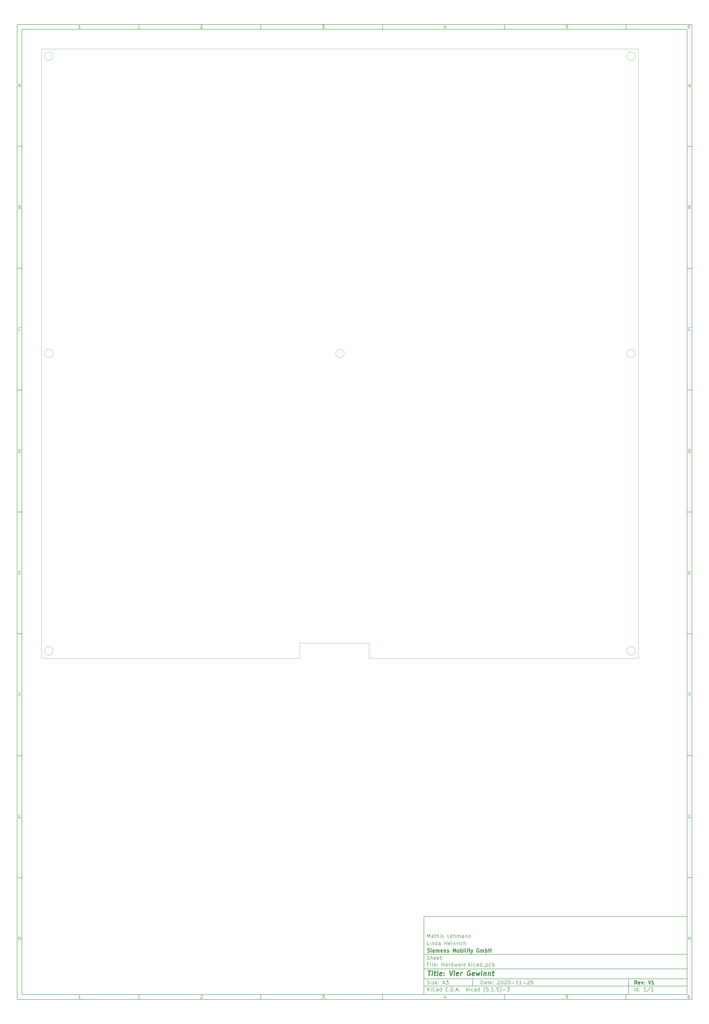
<source format=gbr>
G04 #@! TF.GenerationSoftware,KiCad,Pcbnew,(5.1.5)-3*
G04 #@! TF.CreationDate,2020-12-16T10:40:52+01:00*
G04 #@! TF.ProjectId,Hardware,48617264-7761-4726-952e-6b696361645f,V1*
G04 #@! TF.SameCoordinates,Original*
G04 #@! TF.FileFunction,Profile,NP*
%FSLAX46Y46*%
G04 Gerber Fmt 4.6, Leading zero omitted, Abs format (unit mm)*
G04 Created by KiCad (PCBNEW (5.1.5)-3) date 2020-12-16 10:40:52*
%MOMM*%
%LPD*%
G04 APERTURE LIST*
%ADD10C,0.100000*%
%ADD11C,0.150000*%
%ADD12C,0.300000*%
%ADD13C,0.400000*%
%ADD14C,0.050000*%
G04 APERTURE END LIST*
D10*
D11*
X177002200Y-375989000D02*
X177002200Y-407989000D01*
X285002200Y-407989000D01*
X285002200Y-375989000D01*
X177002200Y-375989000D01*
D10*
D11*
X10000000Y-10000000D02*
X10000000Y-409989000D01*
X287002200Y-409989000D01*
X287002200Y-10000000D01*
X10000000Y-10000000D01*
D10*
D11*
X12000000Y-12000000D02*
X12000000Y-407989000D01*
X285002200Y-407989000D01*
X285002200Y-12000000D01*
X12000000Y-12000000D01*
D10*
D11*
X60000000Y-12000000D02*
X60000000Y-10000000D01*
D10*
D11*
X110000000Y-12000000D02*
X110000000Y-10000000D01*
D10*
D11*
X160000000Y-12000000D02*
X160000000Y-10000000D01*
D10*
D11*
X210000000Y-12000000D02*
X210000000Y-10000000D01*
D10*
D11*
X260000000Y-12000000D02*
X260000000Y-10000000D01*
D10*
D11*
X36065476Y-11588095D02*
X35322619Y-11588095D01*
X35694047Y-11588095D02*
X35694047Y-10288095D01*
X35570238Y-10473809D01*
X35446428Y-10597619D01*
X35322619Y-10659523D01*
D10*
D11*
X85322619Y-10411904D02*
X85384523Y-10350000D01*
X85508333Y-10288095D01*
X85817857Y-10288095D01*
X85941666Y-10350000D01*
X86003571Y-10411904D01*
X86065476Y-10535714D01*
X86065476Y-10659523D01*
X86003571Y-10845238D01*
X85260714Y-11588095D01*
X86065476Y-11588095D01*
D10*
D11*
X135260714Y-10288095D02*
X136065476Y-10288095D01*
X135632142Y-10783333D01*
X135817857Y-10783333D01*
X135941666Y-10845238D01*
X136003571Y-10907142D01*
X136065476Y-11030952D01*
X136065476Y-11340476D01*
X136003571Y-11464285D01*
X135941666Y-11526190D01*
X135817857Y-11588095D01*
X135446428Y-11588095D01*
X135322619Y-11526190D01*
X135260714Y-11464285D01*
D10*
D11*
X185941666Y-10721428D02*
X185941666Y-11588095D01*
X185632142Y-10226190D02*
X185322619Y-11154761D01*
X186127380Y-11154761D01*
D10*
D11*
X236003571Y-10288095D02*
X235384523Y-10288095D01*
X235322619Y-10907142D01*
X235384523Y-10845238D01*
X235508333Y-10783333D01*
X235817857Y-10783333D01*
X235941666Y-10845238D01*
X236003571Y-10907142D01*
X236065476Y-11030952D01*
X236065476Y-11340476D01*
X236003571Y-11464285D01*
X235941666Y-11526190D01*
X235817857Y-11588095D01*
X235508333Y-11588095D01*
X235384523Y-11526190D01*
X235322619Y-11464285D01*
D10*
D11*
X285941666Y-10288095D02*
X285694047Y-10288095D01*
X285570238Y-10350000D01*
X285508333Y-10411904D01*
X285384523Y-10597619D01*
X285322619Y-10845238D01*
X285322619Y-11340476D01*
X285384523Y-11464285D01*
X285446428Y-11526190D01*
X285570238Y-11588095D01*
X285817857Y-11588095D01*
X285941666Y-11526190D01*
X286003571Y-11464285D01*
X286065476Y-11340476D01*
X286065476Y-11030952D01*
X286003571Y-10907142D01*
X285941666Y-10845238D01*
X285817857Y-10783333D01*
X285570238Y-10783333D01*
X285446428Y-10845238D01*
X285384523Y-10907142D01*
X285322619Y-11030952D01*
D10*
D11*
X60000000Y-407989000D02*
X60000000Y-409989000D01*
D10*
D11*
X110000000Y-407989000D02*
X110000000Y-409989000D01*
D10*
D11*
X160000000Y-407989000D02*
X160000000Y-409989000D01*
D10*
D11*
X210000000Y-407989000D02*
X210000000Y-409989000D01*
D10*
D11*
X260000000Y-407989000D02*
X260000000Y-409989000D01*
D10*
D11*
X36065476Y-409577095D02*
X35322619Y-409577095D01*
X35694047Y-409577095D02*
X35694047Y-408277095D01*
X35570238Y-408462809D01*
X35446428Y-408586619D01*
X35322619Y-408648523D01*
D10*
D11*
X85322619Y-408400904D02*
X85384523Y-408339000D01*
X85508333Y-408277095D01*
X85817857Y-408277095D01*
X85941666Y-408339000D01*
X86003571Y-408400904D01*
X86065476Y-408524714D01*
X86065476Y-408648523D01*
X86003571Y-408834238D01*
X85260714Y-409577095D01*
X86065476Y-409577095D01*
D10*
D11*
X135260714Y-408277095D02*
X136065476Y-408277095D01*
X135632142Y-408772333D01*
X135817857Y-408772333D01*
X135941666Y-408834238D01*
X136003571Y-408896142D01*
X136065476Y-409019952D01*
X136065476Y-409329476D01*
X136003571Y-409453285D01*
X135941666Y-409515190D01*
X135817857Y-409577095D01*
X135446428Y-409577095D01*
X135322619Y-409515190D01*
X135260714Y-409453285D01*
D10*
D11*
X185941666Y-408710428D02*
X185941666Y-409577095D01*
X185632142Y-408215190D02*
X185322619Y-409143761D01*
X186127380Y-409143761D01*
D10*
D11*
X236003571Y-408277095D02*
X235384523Y-408277095D01*
X235322619Y-408896142D01*
X235384523Y-408834238D01*
X235508333Y-408772333D01*
X235817857Y-408772333D01*
X235941666Y-408834238D01*
X236003571Y-408896142D01*
X236065476Y-409019952D01*
X236065476Y-409329476D01*
X236003571Y-409453285D01*
X235941666Y-409515190D01*
X235817857Y-409577095D01*
X235508333Y-409577095D01*
X235384523Y-409515190D01*
X235322619Y-409453285D01*
D10*
D11*
X285941666Y-408277095D02*
X285694047Y-408277095D01*
X285570238Y-408339000D01*
X285508333Y-408400904D01*
X285384523Y-408586619D01*
X285322619Y-408834238D01*
X285322619Y-409329476D01*
X285384523Y-409453285D01*
X285446428Y-409515190D01*
X285570238Y-409577095D01*
X285817857Y-409577095D01*
X285941666Y-409515190D01*
X286003571Y-409453285D01*
X286065476Y-409329476D01*
X286065476Y-409019952D01*
X286003571Y-408896142D01*
X285941666Y-408834238D01*
X285817857Y-408772333D01*
X285570238Y-408772333D01*
X285446428Y-408834238D01*
X285384523Y-408896142D01*
X285322619Y-409019952D01*
D10*
D11*
X10000000Y-60000000D02*
X12000000Y-60000000D01*
D10*
D11*
X10000000Y-110000000D02*
X12000000Y-110000000D01*
D10*
D11*
X10000000Y-160000000D02*
X12000000Y-160000000D01*
D10*
D11*
X10000000Y-210000000D02*
X12000000Y-210000000D01*
D10*
D11*
X10000000Y-260000000D02*
X12000000Y-260000000D01*
D10*
D11*
X10000000Y-310000000D02*
X12000000Y-310000000D01*
D10*
D11*
X10000000Y-360000000D02*
X12000000Y-360000000D01*
D10*
D11*
X10690476Y-35216666D02*
X11309523Y-35216666D01*
X10566666Y-35588095D02*
X11000000Y-34288095D01*
X11433333Y-35588095D01*
D10*
D11*
X11092857Y-84907142D02*
X11278571Y-84969047D01*
X11340476Y-85030952D01*
X11402380Y-85154761D01*
X11402380Y-85340476D01*
X11340476Y-85464285D01*
X11278571Y-85526190D01*
X11154761Y-85588095D01*
X10659523Y-85588095D01*
X10659523Y-84288095D01*
X11092857Y-84288095D01*
X11216666Y-84350000D01*
X11278571Y-84411904D01*
X11340476Y-84535714D01*
X11340476Y-84659523D01*
X11278571Y-84783333D01*
X11216666Y-84845238D01*
X11092857Y-84907142D01*
X10659523Y-84907142D01*
D10*
D11*
X11402380Y-135464285D02*
X11340476Y-135526190D01*
X11154761Y-135588095D01*
X11030952Y-135588095D01*
X10845238Y-135526190D01*
X10721428Y-135402380D01*
X10659523Y-135278571D01*
X10597619Y-135030952D01*
X10597619Y-134845238D01*
X10659523Y-134597619D01*
X10721428Y-134473809D01*
X10845238Y-134350000D01*
X11030952Y-134288095D01*
X11154761Y-134288095D01*
X11340476Y-134350000D01*
X11402380Y-134411904D01*
D10*
D11*
X10659523Y-185588095D02*
X10659523Y-184288095D01*
X10969047Y-184288095D01*
X11154761Y-184350000D01*
X11278571Y-184473809D01*
X11340476Y-184597619D01*
X11402380Y-184845238D01*
X11402380Y-185030952D01*
X11340476Y-185278571D01*
X11278571Y-185402380D01*
X11154761Y-185526190D01*
X10969047Y-185588095D01*
X10659523Y-185588095D01*
D10*
D11*
X10721428Y-234907142D02*
X11154761Y-234907142D01*
X11340476Y-235588095D02*
X10721428Y-235588095D01*
X10721428Y-234288095D01*
X11340476Y-234288095D01*
D10*
D11*
X11185714Y-284907142D02*
X10752380Y-284907142D01*
X10752380Y-285588095D02*
X10752380Y-284288095D01*
X11371428Y-284288095D01*
D10*
D11*
X11340476Y-334350000D02*
X11216666Y-334288095D01*
X11030952Y-334288095D01*
X10845238Y-334350000D01*
X10721428Y-334473809D01*
X10659523Y-334597619D01*
X10597619Y-334845238D01*
X10597619Y-335030952D01*
X10659523Y-335278571D01*
X10721428Y-335402380D01*
X10845238Y-335526190D01*
X11030952Y-335588095D01*
X11154761Y-335588095D01*
X11340476Y-335526190D01*
X11402380Y-335464285D01*
X11402380Y-335030952D01*
X11154761Y-335030952D01*
D10*
D11*
X10628571Y-385588095D02*
X10628571Y-384288095D01*
X10628571Y-384907142D02*
X11371428Y-384907142D01*
X11371428Y-385588095D02*
X11371428Y-384288095D01*
D10*
D11*
X287002200Y-60000000D02*
X285002200Y-60000000D01*
D10*
D11*
X287002200Y-110000000D02*
X285002200Y-110000000D01*
D10*
D11*
X287002200Y-160000000D02*
X285002200Y-160000000D01*
D10*
D11*
X287002200Y-210000000D02*
X285002200Y-210000000D01*
D10*
D11*
X287002200Y-260000000D02*
X285002200Y-260000000D01*
D10*
D11*
X287002200Y-310000000D02*
X285002200Y-310000000D01*
D10*
D11*
X287002200Y-360000000D02*
X285002200Y-360000000D01*
D10*
D11*
X285692676Y-35216666D02*
X286311723Y-35216666D01*
X285568866Y-35588095D02*
X286002200Y-34288095D01*
X286435533Y-35588095D01*
D10*
D11*
X286095057Y-84907142D02*
X286280771Y-84969047D01*
X286342676Y-85030952D01*
X286404580Y-85154761D01*
X286404580Y-85340476D01*
X286342676Y-85464285D01*
X286280771Y-85526190D01*
X286156961Y-85588095D01*
X285661723Y-85588095D01*
X285661723Y-84288095D01*
X286095057Y-84288095D01*
X286218866Y-84350000D01*
X286280771Y-84411904D01*
X286342676Y-84535714D01*
X286342676Y-84659523D01*
X286280771Y-84783333D01*
X286218866Y-84845238D01*
X286095057Y-84907142D01*
X285661723Y-84907142D01*
D10*
D11*
X286404580Y-135464285D02*
X286342676Y-135526190D01*
X286156961Y-135588095D01*
X286033152Y-135588095D01*
X285847438Y-135526190D01*
X285723628Y-135402380D01*
X285661723Y-135278571D01*
X285599819Y-135030952D01*
X285599819Y-134845238D01*
X285661723Y-134597619D01*
X285723628Y-134473809D01*
X285847438Y-134350000D01*
X286033152Y-134288095D01*
X286156961Y-134288095D01*
X286342676Y-134350000D01*
X286404580Y-134411904D01*
D10*
D11*
X285661723Y-185588095D02*
X285661723Y-184288095D01*
X285971247Y-184288095D01*
X286156961Y-184350000D01*
X286280771Y-184473809D01*
X286342676Y-184597619D01*
X286404580Y-184845238D01*
X286404580Y-185030952D01*
X286342676Y-185278571D01*
X286280771Y-185402380D01*
X286156961Y-185526190D01*
X285971247Y-185588095D01*
X285661723Y-185588095D01*
D10*
D11*
X285723628Y-234907142D02*
X286156961Y-234907142D01*
X286342676Y-235588095D02*
X285723628Y-235588095D01*
X285723628Y-234288095D01*
X286342676Y-234288095D01*
D10*
D11*
X286187914Y-284907142D02*
X285754580Y-284907142D01*
X285754580Y-285588095D02*
X285754580Y-284288095D01*
X286373628Y-284288095D01*
D10*
D11*
X286342676Y-334350000D02*
X286218866Y-334288095D01*
X286033152Y-334288095D01*
X285847438Y-334350000D01*
X285723628Y-334473809D01*
X285661723Y-334597619D01*
X285599819Y-334845238D01*
X285599819Y-335030952D01*
X285661723Y-335278571D01*
X285723628Y-335402380D01*
X285847438Y-335526190D01*
X286033152Y-335588095D01*
X286156961Y-335588095D01*
X286342676Y-335526190D01*
X286404580Y-335464285D01*
X286404580Y-335030952D01*
X286156961Y-335030952D01*
D10*
D11*
X285630771Y-385588095D02*
X285630771Y-384288095D01*
X285630771Y-384907142D02*
X286373628Y-384907142D01*
X286373628Y-385588095D02*
X286373628Y-384288095D01*
D10*
D11*
X200434342Y-403767571D02*
X200434342Y-402267571D01*
X200791485Y-402267571D01*
X201005771Y-402339000D01*
X201148628Y-402481857D01*
X201220057Y-402624714D01*
X201291485Y-402910428D01*
X201291485Y-403124714D01*
X201220057Y-403410428D01*
X201148628Y-403553285D01*
X201005771Y-403696142D01*
X200791485Y-403767571D01*
X200434342Y-403767571D01*
X202577200Y-403767571D02*
X202577200Y-402981857D01*
X202505771Y-402839000D01*
X202362914Y-402767571D01*
X202077200Y-402767571D01*
X201934342Y-402839000D01*
X202577200Y-403696142D02*
X202434342Y-403767571D01*
X202077200Y-403767571D01*
X201934342Y-403696142D01*
X201862914Y-403553285D01*
X201862914Y-403410428D01*
X201934342Y-403267571D01*
X202077200Y-403196142D01*
X202434342Y-403196142D01*
X202577200Y-403124714D01*
X203077200Y-402767571D02*
X203648628Y-402767571D01*
X203291485Y-402267571D02*
X203291485Y-403553285D01*
X203362914Y-403696142D01*
X203505771Y-403767571D01*
X203648628Y-403767571D01*
X204720057Y-403696142D02*
X204577200Y-403767571D01*
X204291485Y-403767571D01*
X204148628Y-403696142D01*
X204077200Y-403553285D01*
X204077200Y-402981857D01*
X204148628Y-402839000D01*
X204291485Y-402767571D01*
X204577200Y-402767571D01*
X204720057Y-402839000D01*
X204791485Y-402981857D01*
X204791485Y-403124714D01*
X204077200Y-403267571D01*
X205434342Y-403624714D02*
X205505771Y-403696142D01*
X205434342Y-403767571D01*
X205362914Y-403696142D01*
X205434342Y-403624714D01*
X205434342Y-403767571D01*
X205434342Y-402839000D02*
X205505771Y-402910428D01*
X205434342Y-402981857D01*
X205362914Y-402910428D01*
X205434342Y-402839000D01*
X205434342Y-402981857D01*
X207220057Y-402410428D02*
X207291485Y-402339000D01*
X207434342Y-402267571D01*
X207791485Y-402267571D01*
X207934342Y-402339000D01*
X208005771Y-402410428D01*
X208077200Y-402553285D01*
X208077200Y-402696142D01*
X208005771Y-402910428D01*
X207148628Y-403767571D01*
X208077200Y-403767571D01*
X209005771Y-402267571D02*
X209148628Y-402267571D01*
X209291485Y-402339000D01*
X209362914Y-402410428D01*
X209434342Y-402553285D01*
X209505771Y-402839000D01*
X209505771Y-403196142D01*
X209434342Y-403481857D01*
X209362914Y-403624714D01*
X209291485Y-403696142D01*
X209148628Y-403767571D01*
X209005771Y-403767571D01*
X208862914Y-403696142D01*
X208791485Y-403624714D01*
X208720057Y-403481857D01*
X208648628Y-403196142D01*
X208648628Y-402839000D01*
X208720057Y-402553285D01*
X208791485Y-402410428D01*
X208862914Y-402339000D01*
X209005771Y-402267571D01*
X210077200Y-402410428D02*
X210148628Y-402339000D01*
X210291485Y-402267571D01*
X210648628Y-402267571D01*
X210791485Y-402339000D01*
X210862914Y-402410428D01*
X210934342Y-402553285D01*
X210934342Y-402696142D01*
X210862914Y-402910428D01*
X210005771Y-403767571D01*
X210934342Y-403767571D01*
X211862914Y-402267571D02*
X212005771Y-402267571D01*
X212148628Y-402339000D01*
X212220057Y-402410428D01*
X212291485Y-402553285D01*
X212362914Y-402839000D01*
X212362914Y-403196142D01*
X212291485Y-403481857D01*
X212220057Y-403624714D01*
X212148628Y-403696142D01*
X212005771Y-403767571D01*
X211862914Y-403767571D01*
X211720057Y-403696142D01*
X211648628Y-403624714D01*
X211577200Y-403481857D01*
X211505771Y-403196142D01*
X211505771Y-402839000D01*
X211577200Y-402553285D01*
X211648628Y-402410428D01*
X211720057Y-402339000D01*
X211862914Y-402267571D01*
X213005771Y-403196142D02*
X214148628Y-403196142D01*
X215648628Y-403767571D02*
X214791485Y-403767571D01*
X215220057Y-403767571D02*
X215220057Y-402267571D01*
X215077200Y-402481857D01*
X214934342Y-402624714D01*
X214791485Y-402696142D01*
X217077200Y-403767571D02*
X216220057Y-403767571D01*
X216648628Y-403767571D02*
X216648628Y-402267571D01*
X216505771Y-402481857D01*
X216362914Y-402624714D01*
X216220057Y-402696142D01*
X217720057Y-403196142D02*
X218862914Y-403196142D01*
X219505771Y-402410428D02*
X219577200Y-402339000D01*
X219720057Y-402267571D01*
X220077200Y-402267571D01*
X220220057Y-402339000D01*
X220291485Y-402410428D01*
X220362914Y-402553285D01*
X220362914Y-402696142D01*
X220291485Y-402910428D01*
X219434342Y-403767571D01*
X220362914Y-403767571D01*
X221648628Y-402267571D02*
X221362914Y-402267571D01*
X221220057Y-402339000D01*
X221148628Y-402410428D01*
X221005771Y-402624714D01*
X220934342Y-402910428D01*
X220934342Y-403481857D01*
X221005771Y-403624714D01*
X221077200Y-403696142D01*
X221220057Y-403767571D01*
X221505771Y-403767571D01*
X221648628Y-403696142D01*
X221720057Y-403624714D01*
X221791485Y-403481857D01*
X221791485Y-403124714D01*
X221720057Y-402981857D01*
X221648628Y-402910428D01*
X221505771Y-402839000D01*
X221220057Y-402839000D01*
X221077200Y-402910428D01*
X221005771Y-402981857D01*
X220934342Y-403124714D01*
D10*
D11*
X177002200Y-404489000D02*
X285002200Y-404489000D01*
D10*
D11*
X178434342Y-406567571D02*
X178434342Y-405067571D01*
X179291485Y-406567571D02*
X178648628Y-405710428D01*
X179291485Y-405067571D02*
X178434342Y-405924714D01*
X179934342Y-406567571D02*
X179934342Y-405567571D01*
X179934342Y-405067571D02*
X179862914Y-405139000D01*
X179934342Y-405210428D01*
X180005771Y-405139000D01*
X179934342Y-405067571D01*
X179934342Y-405210428D01*
X181505771Y-406424714D02*
X181434342Y-406496142D01*
X181220057Y-406567571D01*
X181077200Y-406567571D01*
X180862914Y-406496142D01*
X180720057Y-406353285D01*
X180648628Y-406210428D01*
X180577200Y-405924714D01*
X180577200Y-405710428D01*
X180648628Y-405424714D01*
X180720057Y-405281857D01*
X180862914Y-405139000D01*
X181077200Y-405067571D01*
X181220057Y-405067571D01*
X181434342Y-405139000D01*
X181505771Y-405210428D01*
X182791485Y-406567571D02*
X182791485Y-405781857D01*
X182720057Y-405639000D01*
X182577200Y-405567571D01*
X182291485Y-405567571D01*
X182148628Y-405639000D01*
X182791485Y-406496142D02*
X182648628Y-406567571D01*
X182291485Y-406567571D01*
X182148628Y-406496142D01*
X182077200Y-406353285D01*
X182077200Y-406210428D01*
X182148628Y-406067571D01*
X182291485Y-405996142D01*
X182648628Y-405996142D01*
X182791485Y-405924714D01*
X184148628Y-406567571D02*
X184148628Y-405067571D01*
X184148628Y-406496142D02*
X184005771Y-406567571D01*
X183720057Y-406567571D01*
X183577200Y-406496142D01*
X183505771Y-406424714D01*
X183434342Y-406281857D01*
X183434342Y-405853285D01*
X183505771Y-405710428D01*
X183577200Y-405639000D01*
X183720057Y-405567571D01*
X184005771Y-405567571D01*
X184148628Y-405639000D01*
X186005771Y-405781857D02*
X186505771Y-405781857D01*
X186720057Y-406567571D02*
X186005771Y-406567571D01*
X186005771Y-405067571D01*
X186720057Y-405067571D01*
X187362914Y-406424714D02*
X187434342Y-406496142D01*
X187362914Y-406567571D01*
X187291485Y-406496142D01*
X187362914Y-406424714D01*
X187362914Y-406567571D01*
X188077200Y-406567571D02*
X188077200Y-405067571D01*
X188434342Y-405067571D01*
X188648628Y-405139000D01*
X188791485Y-405281857D01*
X188862914Y-405424714D01*
X188934342Y-405710428D01*
X188934342Y-405924714D01*
X188862914Y-406210428D01*
X188791485Y-406353285D01*
X188648628Y-406496142D01*
X188434342Y-406567571D01*
X188077200Y-406567571D01*
X189577200Y-406424714D02*
X189648628Y-406496142D01*
X189577200Y-406567571D01*
X189505771Y-406496142D01*
X189577200Y-406424714D01*
X189577200Y-406567571D01*
X190220057Y-406139000D02*
X190934342Y-406139000D01*
X190077200Y-406567571D02*
X190577200Y-405067571D01*
X191077200Y-406567571D01*
X191577200Y-406424714D02*
X191648628Y-406496142D01*
X191577200Y-406567571D01*
X191505771Y-406496142D01*
X191577200Y-406424714D01*
X191577200Y-406567571D01*
X194577200Y-406567571D02*
X194577200Y-405067571D01*
X194720057Y-405996142D02*
X195148628Y-406567571D01*
X195148628Y-405567571D02*
X194577200Y-406139000D01*
X195791485Y-406567571D02*
X195791485Y-405567571D01*
X195791485Y-405067571D02*
X195720057Y-405139000D01*
X195791485Y-405210428D01*
X195862914Y-405139000D01*
X195791485Y-405067571D01*
X195791485Y-405210428D01*
X197148628Y-406496142D02*
X197005771Y-406567571D01*
X196720057Y-406567571D01*
X196577200Y-406496142D01*
X196505771Y-406424714D01*
X196434342Y-406281857D01*
X196434342Y-405853285D01*
X196505771Y-405710428D01*
X196577200Y-405639000D01*
X196720057Y-405567571D01*
X197005771Y-405567571D01*
X197148628Y-405639000D01*
X198434342Y-406567571D02*
X198434342Y-405781857D01*
X198362914Y-405639000D01*
X198220057Y-405567571D01*
X197934342Y-405567571D01*
X197791485Y-405639000D01*
X198434342Y-406496142D02*
X198291485Y-406567571D01*
X197934342Y-406567571D01*
X197791485Y-406496142D01*
X197720057Y-406353285D01*
X197720057Y-406210428D01*
X197791485Y-406067571D01*
X197934342Y-405996142D01*
X198291485Y-405996142D01*
X198434342Y-405924714D01*
X199791485Y-406567571D02*
X199791485Y-405067571D01*
X199791485Y-406496142D02*
X199648628Y-406567571D01*
X199362914Y-406567571D01*
X199220057Y-406496142D01*
X199148628Y-406424714D01*
X199077200Y-406281857D01*
X199077200Y-405853285D01*
X199148628Y-405710428D01*
X199220057Y-405639000D01*
X199362914Y-405567571D01*
X199648628Y-405567571D01*
X199791485Y-405639000D01*
X202077200Y-407139000D02*
X202005771Y-407067571D01*
X201862914Y-406853285D01*
X201791485Y-406710428D01*
X201720057Y-406496142D01*
X201648628Y-406139000D01*
X201648628Y-405853285D01*
X201720057Y-405496142D01*
X201791485Y-405281857D01*
X201862914Y-405139000D01*
X202005771Y-404924714D01*
X202077200Y-404853285D01*
X203362914Y-405067571D02*
X202648628Y-405067571D01*
X202577200Y-405781857D01*
X202648628Y-405710428D01*
X202791485Y-405639000D01*
X203148628Y-405639000D01*
X203291485Y-405710428D01*
X203362914Y-405781857D01*
X203434342Y-405924714D01*
X203434342Y-406281857D01*
X203362914Y-406424714D01*
X203291485Y-406496142D01*
X203148628Y-406567571D01*
X202791485Y-406567571D01*
X202648628Y-406496142D01*
X202577200Y-406424714D01*
X204077200Y-406424714D02*
X204148628Y-406496142D01*
X204077200Y-406567571D01*
X204005771Y-406496142D01*
X204077200Y-406424714D01*
X204077200Y-406567571D01*
X205577200Y-406567571D02*
X204720057Y-406567571D01*
X205148628Y-406567571D02*
X205148628Y-405067571D01*
X205005771Y-405281857D01*
X204862914Y-405424714D01*
X204720057Y-405496142D01*
X206220057Y-406424714D02*
X206291485Y-406496142D01*
X206220057Y-406567571D01*
X206148628Y-406496142D01*
X206220057Y-406424714D01*
X206220057Y-406567571D01*
X207648628Y-405067571D02*
X206934342Y-405067571D01*
X206862914Y-405781857D01*
X206934342Y-405710428D01*
X207077200Y-405639000D01*
X207434342Y-405639000D01*
X207577200Y-405710428D01*
X207648628Y-405781857D01*
X207720057Y-405924714D01*
X207720057Y-406281857D01*
X207648628Y-406424714D01*
X207577200Y-406496142D01*
X207434342Y-406567571D01*
X207077200Y-406567571D01*
X206934342Y-406496142D01*
X206862914Y-406424714D01*
X208220057Y-407139000D02*
X208291485Y-407067571D01*
X208434342Y-406853285D01*
X208505771Y-406710428D01*
X208577200Y-406496142D01*
X208648628Y-406139000D01*
X208648628Y-405853285D01*
X208577200Y-405496142D01*
X208505771Y-405281857D01*
X208434342Y-405139000D01*
X208291485Y-404924714D01*
X208220057Y-404853285D01*
X209362914Y-405996142D02*
X210505771Y-405996142D01*
X211077200Y-405067571D02*
X212005771Y-405067571D01*
X211505771Y-405639000D01*
X211720057Y-405639000D01*
X211862914Y-405710428D01*
X211934342Y-405781857D01*
X212005771Y-405924714D01*
X212005771Y-406281857D01*
X211934342Y-406424714D01*
X211862914Y-406496142D01*
X211720057Y-406567571D01*
X211291485Y-406567571D01*
X211148628Y-406496142D01*
X211077200Y-406424714D01*
D10*
D11*
X177002200Y-401489000D02*
X285002200Y-401489000D01*
D10*
D12*
X264411485Y-403767571D02*
X263911485Y-403053285D01*
X263554342Y-403767571D02*
X263554342Y-402267571D01*
X264125771Y-402267571D01*
X264268628Y-402339000D01*
X264340057Y-402410428D01*
X264411485Y-402553285D01*
X264411485Y-402767571D01*
X264340057Y-402910428D01*
X264268628Y-402981857D01*
X264125771Y-403053285D01*
X263554342Y-403053285D01*
X265625771Y-403696142D02*
X265482914Y-403767571D01*
X265197200Y-403767571D01*
X265054342Y-403696142D01*
X264982914Y-403553285D01*
X264982914Y-402981857D01*
X265054342Y-402839000D01*
X265197200Y-402767571D01*
X265482914Y-402767571D01*
X265625771Y-402839000D01*
X265697200Y-402981857D01*
X265697200Y-403124714D01*
X264982914Y-403267571D01*
X266197200Y-402767571D02*
X266554342Y-403767571D01*
X266911485Y-402767571D01*
X267482914Y-403624714D02*
X267554342Y-403696142D01*
X267482914Y-403767571D01*
X267411485Y-403696142D01*
X267482914Y-403624714D01*
X267482914Y-403767571D01*
X267482914Y-402839000D02*
X267554342Y-402910428D01*
X267482914Y-402981857D01*
X267411485Y-402910428D01*
X267482914Y-402839000D01*
X267482914Y-402981857D01*
X269125771Y-402267571D02*
X269625771Y-403767571D01*
X270125771Y-402267571D01*
X271411485Y-403767571D02*
X270554342Y-403767571D01*
X270982914Y-403767571D02*
X270982914Y-402267571D01*
X270840057Y-402481857D01*
X270697200Y-402624714D01*
X270554342Y-402696142D01*
D10*
D11*
X178362914Y-403696142D02*
X178577200Y-403767571D01*
X178934342Y-403767571D01*
X179077200Y-403696142D01*
X179148628Y-403624714D01*
X179220057Y-403481857D01*
X179220057Y-403339000D01*
X179148628Y-403196142D01*
X179077200Y-403124714D01*
X178934342Y-403053285D01*
X178648628Y-402981857D01*
X178505771Y-402910428D01*
X178434342Y-402839000D01*
X178362914Y-402696142D01*
X178362914Y-402553285D01*
X178434342Y-402410428D01*
X178505771Y-402339000D01*
X178648628Y-402267571D01*
X179005771Y-402267571D01*
X179220057Y-402339000D01*
X179862914Y-403767571D02*
X179862914Y-402767571D01*
X179862914Y-402267571D02*
X179791485Y-402339000D01*
X179862914Y-402410428D01*
X179934342Y-402339000D01*
X179862914Y-402267571D01*
X179862914Y-402410428D01*
X180434342Y-402767571D02*
X181220057Y-402767571D01*
X180434342Y-403767571D01*
X181220057Y-403767571D01*
X182362914Y-403696142D02*
X182220057Y-403767571D01*
X181934342Y-403767571D01*
X181791485Y-403696142D01*
X181720057Y-403553285D01*
X181720057Y-402981857D01*
X181791485Y-402839000D01*
X181934342Y-402767571D01*
X182220057Y-402767571D01*
X182362914Y-402839000D01*
X182434342Y-402981857D01*
X182434342Y-403124714D01*
X181720057Y-403267571D01*
X183077200Y-403624714D02*
X183148628Y-403696142D01*
X183077200Y-403767571D01*
X183005771Y-403696142D01*
X183077200Y-403624714D01*
X183077200Y-403767571D01*
X183077200Y-402839000D02*
X183148628Y-402910428D01*
X183077200Y-402981857D01*
X183005771Y-402910428D01*
X183077200Y-402839000D01*
X183077200Y-402981857D01*
X184862914Y-403339000D02*
X185577200Y-403339000D01*
X184720057Y-403767571D02*
X185220057Y-402267571D01*
X185720057Y-403767571D01*
X186077200Y-402267571D02*
X187005771Y-402267571D01*
X186505771Y-402839000D01*
X186720057Y-402839000D01*
X186862914Y-402910428D01*
X186934342Y-402981857D01*
X187005771Y-403124714D01*
X187005771Y-403481857D01*
X186934342Y-403624714D01*
X186862914Y-403696142D01*
X186720057Y-403767571D01*
X186291485Y-403767571D01*
X186148628Y-403696142D01*
X186077200Y-403624714D01*
D10*
D11*
X263434342Y-406567571D02*
X263434342Y-405067571D01*
X264791485Y-406567571D02*
X264791485Y-405067571D01*
X264791485Y-406496142D02*
X264648628Y-406567571D01*
X264362914Y-406567571D01*
X264220057Y-406496142D01*
X264148628Y-406424714D01*
X264077200Y-406281857D01*
X264077200Y-405853285D01*
X264148628Y-405710428D01*
X264220057Y-405639000D01*
X264362914Y-405567571D01*
X264648628Y-405567571D01*
X264791485Y-405639000D01*
X265505771Y-406424714D02*
X265577200Y-406496142D01*
X265505771Y-406567571D01*
X265434342Y-406496142D01*
X265505771Y-406424714D01*
X265505771Y-406567571D01*
X265505771Y-405639000D02*
X265577200Y-405710428D01*
X265505771Y-405781857D01*
X265434342Y-405710428D01*
X265505771Y-405639000D01*
X265505771Y-405781857D01*
X268148628Y-406567571D02*
X267291485Y-406567571D01*
X267720057Y-406567571D02*
X267720057Y-405067571D01*
X267577200Y-405281857D01*
X267434342Y-405424714D01*
X267291485Y-405496142D01*
X269862914Y-404996142D02*
X268577200Y-406924714D01*
X271148628Y-406567571D02*
X270291485Y-406567571D01*
X270720057Y-406567571D02*
X270720057Y-405067571D01*
X270577200Y-405281857D01*
X270434342Y-405424714D01*
X270291485Y-405496142D01*
D10*
D11*
X177002200Y-397489000D02*
X285002200Y-397489000D01*
D10*
D13*
X178714580Y-398193761D02*
X179857438Y-398193761D01*
X179036009Y-400193761D02*
X179286009Y-398193761D01*
X180274104Y-400193761D02*
X180440771Y-398860428D01*
X180524104Y-398193761D02*
X180416961Y-398289000D01*
X180500295Y-398384238D01*
X180607438Y-398289000D01*
X180524104Y-398193761D01*
X180500295Y-398384238D01*
X181107438Y-398860428D02*
X181869342Y-398860428D01*
X181476485Y-398193761D02*
X181262200Y-399908047D01*
X181333628Y-400098523D01*
X181512200Y-400193761D01*
X181702676Y-400193761D01*
X182655057Y-400193761D02*
X182476485Y-400098523D01*
X182405057Y-399908047D01*
X182619342Y-398193761D01*
X184190771Y-400098523D02*
X183988390Y-400193761D01*
X183607438Y-400193761D01*
X183428866Y-400098523D01*
X183357438Y-399908047D01*
X183452676Y-399146142D01*
X183571723Y-398955666D01*
X183774104Y-398860428D01*
X184155057Y-398860428D01*
X184333628Y-398955666D01*
X184405057Y-399146142D01*
X184381247Y-399336619D01*
X183405057Y-399527095D01*
X185155057Y-400003285D02*
X185238390Y-400098523D01*
X185131247Y-400193761D01*
X185047914Y-400098523D01*
X185155057Y-400003285D01*
X185131247Y-400193761D01*
X185286009Y-398955666D02*
X185369342Y-399050904D01*
X185262200Y-399146142D01*
X185178866Y-399050904D01*
X185286009Y-398955666D01*
X185262200Y-399146142D01*
X187571723Y-398193761D02*
X187988390Y-400193761D01*
X188905057Y-398193761D01*
X189321723Y-400193761D02*
X189488390Y-398860428D01*
X189571723Y-398193761D02*
X189464580Y-398289000D01*
X189547914Y-398384238D01*
X189655057Y-398289000D01*
X189571723Y-398193761D01*
X189547914Y-398384238D01*
X191047914Y-400098523D02*
X190845533Y-400193761D01*
X190464580Y-400193761D01*
X190286009Y-400098523D01*
X190214580Y-399908047D01*
X190309819Y-399146142D01*
X190428866Y-398955666D01*
X190631247Y-398860428D01*
X191012200Y-398860428D01*
X191190771Y-398955666D01*
X191262200Y-399146142D01*
X191238390Y-399336619D01*
X190262200Y-399527095D01*
X191988390Y-400193761D02*
X192155057Y-398860428D01*
X192107438Y-399241380D02*
X192226485Y-399050904D01*
X192333628Y-398955666D01*
X192536009Y-398860428D01*
X192726485Y-398860428D01*
X196036009Y-398289000D02*
X195857438Y-398193761D01*
X195571723Y-398193761D01*
X195274104Y-398289000D01*
X195059819Y-398479476D01*
X194940771Y-398669952D01*
X194797914Y-399050904D01*
X194762200Y-399336619D01*
X194809819Y-399717571D01*
X194881247Y-399908047D01*
X195047914Y-400098523D01*
X195321723Y-400193761D01*
X195512200Y-400193761D01*
X195809819Y-400098523D01*
X195916961Y-400003285D01*
X196000295Y-399336619D01*
X195619342Y-399336619D01*
X197524104Y-400098523D02*
X197321723Y-400193761D01*
X196940771Y-400193761D01*
X196762200Y-400098523D01*
X196690771Y-399908047D01*
X196786009Y-399146142D01*
X196905057Y-398955666D01*
X197107438Y-398860428D01*
X197488390Y-398860428D01*
X197666961Y-398955666D01*
X197738390Y-399146142D01*
X197714580Y-399336619D01*
X196738390Y-399527095D01*
X198440771Y-398860428D02*
X198655057Y-400193761D01*
X199155057Y-399241380D01*
X199416961Y-400193761D01*
X199964580Y-398860428D01*
X200559819Y-400193761D02*
X200726485Y-398860428D01*
X200809819Y-398193761D02*
X200702676Y-398289000D01*
X200786009Y-398384238D01*
X200893152Y-398289000D01*
X200809819Y-398193761D01*
X200786009Y-398384238D01*
X201678866Y-398860428D02*
X201512200Y-400193761D01*
X201655057Y-399050904D02*
X201762200Y-398955666D01*
X201964580Y-398860428D01*
X202250295Y-398860428D01*
X202428866Y-398955666D01*
X202500295Y-399146142D01*
X202369342Y-400193761D01*
X203488390Y-398860428D02*
X203321723Y-400193761D01*
X203464580Y-399050904D02*
X203571723Y-398955666D01*
X203774104Y-398860428D01*
X204059819Y-398860428D01*
X204238390Y-398955666D01*
X204309819Y-399146142D01*
X204178866Y-400193761D01*
X205012200Y-398860428D02*
X205774104Y-398860428D01*
X205381247Y-398193761D02*
X205166961Y-399908047D01*
X205238390Y-400098523D01*
X205416961Y-400193761D01*
X205607438Y-400193761D01*
D10*
D11*
X178934342Y-395581857D02*
X178434342Y-395581857D01*
X178434342Y-396367571D02*
X178434342Y-394867571D01*
X179148628Y-394867571D01*
X179720057Y-396367571D02*
X179720057Y-395367571D01*
X179720057Y-394867571D02*
X179648628Y-394939000D01*
X179720057Y-395010428D01*
X179791485Y-394939000D01*
X179720057Y-394867571D01*
X179720057Y-395010428D01*
X180648628Y-396367571D02*
X180505771Y-396296142D01*
X180434342Y-396153285D01*
X180434342Y-394867571D01*
X181791485Y-396296142D02*
X181648628Y-396367571D01*
X181362914Y-396367571D01*
X181220057Y-396296142D01*
X181148628Y-396153285D01*
X181148628Y-395581857D01*
X181220057Y-395439000D01*
X181362914Y-395367571D01*
X181648628Y-395367571D01*
X181791485Y-395439000D01*
X181862914Y-395581857D01*
X181862914Y-395724714D01*
X181148628Y-395867571D01*
X182505771Y-396224714D02*
X182577200Y-396296142D01*
X182505771Y-396367571D01*
X182434342Y-396296142D01*
X182505771Y-396224714D01*
X182505771Y-396367571D01*
X182505771Y-395439000D02*
X182577200Y-395510428D01*
X182505771Y-395581857D01*
X182434342Y-395510428D01*
X182505771Y-395439000D01*
X182505771Y-395581857D01*
X184362914Y-396367571D02*
X184362914Y-394867571D01*
X184362914Y-395581857D02*
X185220057Y-395581857D01*
X185220057Y-396367571D02*
X185220057Y-394867571D01*
X186577200Y-396367571D02*
X186577200Y-395581857D01*
X186505771Y-395439000D01*
X186362914Y-395367571D01*
X186077200Y-395367571D01*
X185934342Y-395439000D01*
X186577200Y-396296142D02*
X186434342Y-396367571D01*
X186077200Y-396367571D01*
X185934342Y-396296142D01*
X185862914Y-396153285D01*
X185862914Y-396010428D01*
X185934342Y-395867571D01*
X186077200Y-395796142D01*
X186434342Y-395796142D01*
X186577200Y-395724714D01*
X187291485Y-396367571D02*
X187291485Y-395367571D01*
X187291485Y-395653285D02*
X187362914Y-395510428D01*
X187434342Y-395439000D01*
X187577200Y-395367571D01*
X187720057Y-395367571D01*
X188862914Y-396367571D02*
X188862914Y-394867571D01*
X188862914Y-396296142D02*
X188720057Y-396367571D01*
X188434342Y-396367571D01*
X188291485Y-396296142D01*
X188220057Y-396224714D01*
X188148628Y-396081857D01*
X188148628Y-395653285D01*
X188220057Y-395510428D01*
X188291485Y-395439000D01*
X188434342Y-395367571D01*
X188720057Y-395367571D01*
X188862914Y-395439000D01*
X189434342Y-395367571D02*
X189720057Y-396367571D01*
X190005771Y-395653285D01*
X190291485Y-396367571D01*
X190577200Y-395367571D01*
X191791485Y-396367571D02*
X191791485Y-395581857D01*
X191720057Y-395439000D01*
X191577200Y-395367571D01*
X191291485Y-395367571D01*
X191148628Y-395439000D01*
X191791485Y-396296142D02*
X191648628Y-396367571D01*
X191291485Y-396367571D01*
X191148628Y-396296142D01*
X191077200Y-396153285D01*
X191077200Y-396010428D01*
X191148628Y-395867571D01*
X191291485Y-395796142D01*
X191648628Y-395796142D01*
X191791485Y-395724714D01*
X192505771Y-396367571D02*
X192505771Y-395367571D01*
X192505771Y-395653285D02*
X192577200Y-395510428D01*
X192648628Y-395439000D01*
X192791485Y-395367571D01*
X192934342Y-395367571D01*
X194005771Y-396296142D02*
X193862914Y-396367571D01*
X193577200Y-396367571D01*
X193434342Y-396296142D01*
X193362914Y-396153285D01*
X193362914Y-395581857D01*
X193434342Y-395439000D01*
X193577200Y-395367571D01*
X193862914Y-395367571D01*
X194005771Y-395439000D01*
X194077200Y-395581857D01*
X194077200Y-395724714D01*
X193362914Y-395867571D01*
X194720057Y-396224714D02*
X194791485Y-396296142D01*
X194720057Y-396367571D01*
X194648628Y-396296142D01*
X194720057Y-396224714D01*
X194720057Y-396367571D01*
X195434342Y-396367571D02*
X195434342Y-394867571D01*
X195577200Y-395796142D02*
X196005771Y-396367571D01*
X196005771Y-395367571D02*
X195434342Y-395939000D01*
X196648628Y-396367571D02*
X196648628Y-395367571D01*
X196648628Y-394867571D02*
X196577200Y-394939000D01*
X196648628Y-395010428D01*
X196720057Y-394939000D01*
X196648628Y-394867571D01*
X196648628Y-395010428D01*
X198005771Y-396296142D02*
X197862914Y-396367571D01*
X197577200Y-396367571D01*
X197434342Y-396296142D01*
X197362914Y-396224714D01*
X197291485Y-396081857D01*
X197291485Y-395653285D01*
X197362914Y-395510428D01*
X197434342Y-395439000D01*
X197577200Y-395367571D01*
X197862914Y-395367571D01*
X198005771Y-395439000D01*
X199291485Y-396367571D02*
X199291485Y-395581857D01*
X199220057Y-395439000D01*
X199077200Y-395367571D01*
X198791485Y-395367571D01*
X198648628Y-395439000D01*
X199291485Y-396296142D02*
X199148628Y-396367571D01*
X198791485Y-396367571D01*
X198648628Y-396296142D01*
X198577200Y-396153285D01*
X198577200Y-396010428D01*
X198648628Y-395867571D01*
X198791485Y-395796142D01*
X199148628Y-395796142D01*
X199291485Y-395724714D01*
X200648628Y-396367571D02*
X200648628Y-394867571D01*
X200648628Y-396296142D02*
X200505771Y-396367571D01*
X200220057Y-396367571D01*
X200077200Y-396296142D01*
X200005771Y-396224714D01*
X199934342Y-396081857D01*
X199934342Y-395653285D01*
X200005771Y-395510428D01*
X200077200Y-395439000D01*
X200220057Y-395367571D01*
X200505771Y-395367571D01*
X200648628Y-395439000D01*
X201005771Y-396510428D02*
X202148628Y-396510428D01*
X202505771Y-395367571D02*
X202505771Y-396867571D01*
X202505771Y-395439000D02*
X202648628Y-395367571D01*
X202934342Y-395367571D01*
X203077200Y-395439000D01*
X203148628Y-395510428D01*
X203220057Y-395653285D01*
X203220057Y-396081857D01*
X203148628Y-396224714D01*
X203077200Y-396296142D01*
X202934342Y-396367571D01*
X202648628Y-396367571D01*
X202505771Y-396296142D01*
X204505771Y-396296142D02*
X204362914Y-396367571D01*
X204077200Y-396367571D01*
X203934342Y-396296142D01*
X203862914Y-396224714D01*
X203791485Y-396081857D01*
X203791485Y-395653285D01*
X203862914Y-395510428D01*
X203934342Y-395439000D01*
X204077200Y-395367571D01*
X204362914Y-395367571D01*
X204505771Y-395439000D01*
X205148628Y-396367571D02*
X205148628Y-394867571D01*
X205148628Y-395439000D02*
X205291485Y-395367571D01*
X205577200Y-395367571D01*
X205720057Y-395439000D01*
X205791485Y-395510428D01*
X205862914Y-395653285D01*
X205862914Y-396081857D01*
X205791485Y-396224714D01*
X205720057Y-396296142D01*
X205577200Y-396367571D01*
X205291485Y-396367571D01*
X205148628Y-396296142D01*
D10*
D11*
X177002200Y-391489000D02*
X285002200Y-391489000D01*
D10*
D11*
X178362914Y-393596142D02*
X178577200Y-393667571D01*
X178934342Y-393667571D01*
X179077200Y-393596142D01*
X179148628Y-393524714D01*
X179220057Y-393381857D01*
X179220057Y-393239000D01*
X179148628Y-393096142D01*
X179077200Y-393024714D01*
X178934342Y-392953285D01*
X178648628Y-392881857D01*
X178505771Y-392810428D01*
X178434342Y-392739000D01*
X178362914Y-392596142D01*
X178362914Y-392453285D01*
X178434342Y-392310428D01*
X178505771Y-392239000D01*
X178648628Y-392167571D01*
X179005771Y-392167571D01*
X179220057Y-392239000D01*
X179862914Y-393667571D02*
X179862914Y-392167571D01*
X180505771Y-393667571D02*
X180505771Y-392881857D01*
X180434342Y-392739000D01*
X180291485Y-392667571D01*
X180077200Y-392667571D01*
X179934342Y-392739000D01*
X179862914Y-392810428D01*
X181791485Y-393596142D02*
X181648628Y-393667571D01*
X181362914Y-393667571D01*
X181220057Y-393596142D01*
X181148628Y-393453285D01*
X181148628Y-392881857D01*
X181220057Y-392739000D01*
X181362914Y-392667571D01*
X181648628Y-392667571D01*
X181791485Y-392739000D01*
X181862914Y-392881857D01*
X181862914Y-393024714D01*
X181148628Y-393167571D01*
X183077200Y-393596142D02*
X182934342Y-393667571D01*
X182648628Y-393667571D01*
X182505771Y-393596142D01*
X182434342Y-393453285D01*
X182434342Y-392881857D01*
X182505771Y-392739000D01*
X182648628Y-392667571D01*
X182934342Y-392667571D01*
X183077200Y-392739000D01*
X183148628Y-392881857D01*
X183148628Y-393024714D01*
X182434342Y-393167571D01*
X183577200Y-392667571D02*
X184148628Y-392667571D01*
X183791485Y-392167571D02*
X183791485Y-393453285D01*
X183862914Y-393596142D01*
X184005771Y-393667571D01*
X184148628Y-393667571D01*
X184648628Y-393524714D02*
X184720057Y-393596142D01*
X184648628Y-393667571D01*
X184577200Y-393596142D01*
X184648628Y-393524714D01*
X184648628Y-393667571D01*
X184648628Y-392739000D02*
X184720057Y-392810428D01*
X184648628Y-392881857D01*
X184577200Y-392810428D01*
X184648628Y-392739000D01*
X184648628Y-392881857D01*
D10*
D12*
X178482914Y-390596142D02*
X178697200Y-390667571D01*
X179054342Y-390667571D01*
X179197200Y-390596142D01*
X179268628Y-390524714D01*
X179340057Y-390381857D01*
X179340057Y-390239000D01*
X179268628Y-390096142D01*
X179197200Y-390024714D01*
X179054342Y-389953285D01*
X178768628Y-389881857D01*
X178625771Y-389810428D01*
X178554342Y-389739000D01*
X178482914Y-389596142D01*
X178482914Y-389453285D01*
X178554342Y-389310428D01*
X178625771Y-389239000D01*
X178768628Y-389167571D01*
X179125771Y-389167571D01*
X179340057Y-389239000D01*
X179982914Y-390667571D02*
X179982914Y-389667571D01*
X179982914Y-389167571D02*
X179911485Y-389239000D01*
X179982914Y-389310428D01*
X180054342Y-389239000D01*
X179982914Y-389167571D01*
X179982914Y-389310428D01*
X181268628Y-390596142D02*
X181125771Y-390667571D01*
X180840057Y-390667571D01*
X180697200Y-390596142D01*
X180625771Y-390453285D01*
X180625771Y-389881857D01*
X180697200Y-389739000D01*
X180840057Y-389667571D01*
X181125771Y-389667571D01*
X181268628Y-389739000D01*
X181340057Y-389881857D01*
X181340057Y-390024714D01*
X180625771Y-390167571D01*
X181982914Y-390667571D02*
X181982914Y-389667571D01*
X181982914Y-389810428D02*
X182054342Y-389739000D01*
X182197200Y-389667571D01*
X182411485Y-389667571D01*
X182554342Y-389739000D01*
X182625771Y-389881857D01*
X182625771Y-390667571D01*
X182625771Y-389881857D02*
X182697200Y-389739000D01*
X182840057Y-389667571D01*
X183054342Y-389667571D01*
X183197200Y-389739000D01*
X183268628Y-389881857D01*
X183268628Y-390667571D01*
X184554342Y-390596142D02*
X184411485Y-390667571D01*
X184125771Y-390667571D01*
X183982914Y-390596142D01*
X183911485Y-390453285D01*
X183911485Y-389881857D01*
X183982914Y-389739000D01*
X184125771Y-389667571D01*
X184411485Y-389667571D01*
X184554342Y-389739000D01*
X184625771Y-389881857D01*
X184625771Y-390024714D01*
X183911485Y-390167571D01*
X185268628Y-389667571D02*
X185268628Y-390667571D01*
X185268628Y-389810428D02*
X185340057Y-389739000D01*
X185482914Y-389667571D01*
X185697200Y-389667571D01*
X185840057Y-389739000D01*
X185911485Y-389881857D01*
X185911485Y-390667571D01*
X186554342Y-390596142D02*
X186697200Y-390667571D01*
X186982914Y-390667571D01*
X187125771Y-390596142D01*
X187197200Y-390453285D01*
X187197200Y-390381857D01*
X187125771Y-390239000D01*
X186982914Y-390167571D01*
X186768628Y-390167571D01*
X186625771Y-390096142D01*
X186554342Y-389953285D01*
X186554342Y-389881857D01*
X186625771Y-389739000D01*
X186768628Y-389667571D01*
X186982914Y-389667571D01*
X187125771Y-389739000D01*
X188982914Y-390667571D02*
X188982914Y-389167571D01*
X189482914Y-390239000D01*
X189982914Y-389167571D01*
X189982914Y-390667571D01*
X190911485Y-390667571D02*
X190768628Y-390596142D01*
X190697200Y-390524714D01*
X190625771Y-390381857D01*
X190625771Y-389953285D01*
X190697200Y-389810428D01*
X190768628Y-389739000D01*
X190911485Y-389667571D01*
X191125771Y-389667571D01*
X191268628Y-389739000D01*
X191340057Y-389810428D01*
X191411485Y-389953285D01*
X191411485Y-390381857D01*
X191340057Y-390524714D01*
X191268628Y-390596142D01*
X191125771Y-390667571D01*
X190911485Y-390667571D01*
X192054342Y-390667571D02*
X192054342Y-389167571D01*
X192054342Y-389739000D02*
X192197200Y-389667571D01*
X192482914Y-389667571D01*
X192625771Y-389739000D01*
X192697200Y-389810428D01*
X192768628Y-389953285D01*
X192768628Y-390381857D01*
X192697200Y-390524714D01*
X192625771Y-390596142D01*
X192482914Y-390667571D01*
X192197200Y-390667571D01*
X192054342Y-390596142D01*
X193411485Y-390667571D02*
X193411485Y-389667571D01*
X193411485Y-389167571D02*
X193340057Y-389239000D01*
X193411485Y-389310428D01*
X193482914Y-389239000D01*
X193411485Y-389167571D01*
X193411485Y-389310428D01*
X194340057Y-390667571D02*
X194197200Y-390596142D01*
X194125771Y-390453285D01*
X194125771Y-389167571D01*
X194911485Y-390667571D02*
X194911485Y-389667571D01*
X194911485Y-389167571D02*
X194840057Y-389239000D01*
X194911485Y-389310428D01*
X194982914Y-389239000D01*
X194911485Y-389167571D01*
X194911485Y-389310428D01*
X195411485Y-389667571D02*
X195982914Y-389667571D01*
X195625771Y-389167571D02*
X195625771Y-390453285D01*
X195697200Y-390596142D01*
X195840057Y-390667571D01*
X195982914Y-390667571D01*
X196340057Y-389667571D02*
X196697200Y-390667571D01*
X197054342Y-389667571D02*
X196697200Y-390667571D01*
X196554342Y-391024714D01*
X196482914Y-391096142D01*
X196340057Y-391167571D01*
X199554342Y-389239000D02*
X199411485Y-389167571D01*
X199197200Y-389167571D01*
X198982914Y-389239000D01*
X198840057Y-389381857D01*
X198768628Y-389524714D01*
X198697200Y-389810428D01*
X198697200Y-390024714D01*
X198768628Y-390310428D01*
X198840057Y-390453285D01*
X198982914Y-390596142D01*
X199197200Y-390667571D01*
X199340057Y-390667571D01*
X199554342Y-390596142D01*
X199625771Y-390524714D01*
X199625771Y-390024714D01*
X199340057Y-390024714D01*
X200268628Y-390667571D02*
X200268628Y-389667571D01*
X200268628Y-389810428D02*
X200340057Y-389739000D01*
X200482914Y-389667571D01*
X200697200Y-389667571D01*
X200840057Y-389739000D01*
X200911485Y-389881857D01*
X200911485Y-390667571D01*
X200911485Y-389881857D02*
X200982914Y-389739000D01*
X201125771Y-389667571D01*
X201340057Y-389667571D01*
X201482914Y-389739000D01*
X201554342Y-389881857D01*
X201554342Y-390667571D01*
X202268628Y-390667571D02*
X202268628Y-389167571D01*
X202268628Y-389739000D02*
X202411485Y-389667571D01*
X202697200Y-389667571D01*
X202840057Y-389739000D01*
X202911485Y-389810428D01*
X202982914Y-389953285D01*
X202982914Y-390381857D01*
X202911485Y-390524714D01*
X202840057Y-390596142D01*
X202697200Y-390667571D01*
X202411485Y-390667571D01*
X202268628Y-390596142D01*
X203625771Y-390667571D02*
X203625771Y-389167571D01*
X203625771Y-389881857D02*
X204482914Y-389881857D01*
X204482914Y-390667571D02*
X204482914Y-389167571D01*
D10*
D11*
X179148628Y-387667571D02*
X178434342Y-387667571D01*
X178434342Y-386167571D01*
X179648628Y-387667571D02*
X179648628Y-386667571D01*
X179648628Y-386167571D02*
X179577200Y-386239000D01*
X179648628Y-386310428D01*
X179720057Y-386239000D01*
X179648628Y-386167571D01*
X179648628Y-386310428D01*
X180362914Y-386667571D02*
X180362914Y-387667571D01*
X180362914Y-386810428D02*
X180434342Y-386739000D01*
X180577200Y-386667571D01*
X180791485Y-386667571D01*
X180934342Y-386739000D01*
X181005771Y-386881857D01*
X181005771Y-387667571D01*
X182362914Y-387667571D02*
X182362914Y-386167571D01*
X182362914Y-387596142D02*
X182220057Y-387667571D01*
X181934342Y-387667571D01*
X181791485Y-387596142D01*
X181720057Y-387524714D01*
X181648628Y-387381857D01*
X181648628Y-386953285D01*
X181720057Y-386810428D01*
X181791485Y-386739000D01*
X181934342Y-386667571D01*
X182220057Y-386667571D01*
X182362914Y-386739000D01*
X183720057Y-387667571D02*
X183720057Y-386881857D01*
X183648628Y-386739000D01*
X183505771Y-386667571D01*
X183220057Y-386667571D01*
X183077200Y-386739000D01*
X183720057Y-387596142D02*
X183577200Y-387667571D01*
X183220057Y-387667571D01*
X183077200Y-387596142D01*
X183005771Y-387453285D01*
X183005771Y-387310428D01*
X183077200Y-387167571D01*
X183220057Y-387096142D01*
X183577200Y-387096142D01*
X183720057Y-387024714D01*
X185577200Y-387667571D02*
X185577200Y-386167571D01*
X185577200Y-386881857D02*
X186434342Y-386881857D01*
X186434342Y-387667571D02*
X186434342Y-386167571D01*
X187720057Y-387596142D02*
X187577200Y-387667571D01*
X187291485Y-387667571D01*
X187148628Y-387596142D01*
X187077200Y-387453285D01*
X187077200Y-386881857D01*
X187148628Y-386739000D01*
X187291485Y-386667571D01*
X187577200Y-386667571D01*
X187720057Y-386739000D01*
X187791485Y-386881857D01*
X187791485Y-387024714D01*
X187077200Y-387167571D01*
X188434342Y-387667571D02*
X188434342Y-386667571D01*
X188434342Y-386167571D02*
X188362914Y-386239000D01*
X188434342Y-386310428D01*
X188505771Y-386239000D01*
X188434342Y-386167571D01*
X188434342Y-386310428D01*
X189148628Y-386667571D02*
X189148628Y-387667571D01*
X189148628Y-386810428D02*
X189220057Y-386739000D01*
X189362914Y-386667571D01*
X189577200Y-386667571D01*
X189720057Y-386739000D01*
X189791485Y-386881857D01*
X189791485Y-387667571D01*
X190505771Y-387667571D02*
X190505771Y-386667571D01*
X190505771Y-386953285D02*
X190577200Y-386810428D01*
X190648628Y-386739000D01*
X190791485Y-386667571D01*
X190934342Y-386667571D01*
X191434342Y-387667571D02*
X191434342Y-386667571D01*
X191434342Y-386167571D02*
X191362914Y-386239000D01*
X191434342Y-386310428D01*
X191505771Y-386239000D01*
X191434342Y-386167571D01*
X191434342Y-386310428D01*
X192791485Y-387596142D02*
X192648628Y-387667571D01*
X192362914Y-387667571D01*
X192220057Y-387596142D01*
X192148628Y-387524714D01*
X192077200Y-387381857D01*
X192077200Y-386953285D01*
X192148628Y-386810428D01*
X192220057Y-386739000D01*
X192362914Y-386667571D01*
X192648628Y-386667571D01*
X192791485Y-386739000D01*
X193434342Y-387667571D02*
X193434342Y-386167571D01*
X194077200Y-387667571D02*
X194077200Y-386881857D01*
X194005771Y-386739000D01*
X193862914Y-386667571D01*
X193648628Y-386667571D01*
X193505771Y-386739000D01*
X193434342Y-386810428D01*
D10*
D11*
X178434342Y-384667571D02*
X178434342Y-383167571D01*
X178934342Y-384239000D01*
X179434342Y-383167571D01*
X179434342Y-384667571D01*
X180791485Y-384667571D02*
X180791485Y-383881857D01*
X180720057Y-383739000D01*
X180577200Y-383667571D01*
X180291485Y-383667571D01*
X180148628Y-383739000D01*
X180791485Y-384596142D02*
X180648628Y-384667571D01*
X180291485Y-384667571D01*
X180148628Y-384596142D01*
X180077200Y-384453285D01*
X180077200Y-384310428D01*
X180148628Y-384167571D01*
X180291485Y-384096142D01*
X180648628Y-384096142D01*
X180791485Y-384024714D01*
X181291485Y-383667571D02*
X181862914Y-383667571D01*
X181505771Y-383167571D02*
X181505771Y-384453285D01*
X181577200Y-384596142D01*
X181720057Y-384667571D01*
X181862914Y-384667571D01*
X182362914Y-384667571D02*
X182362914Y-383167571D01*
X183005771Y-384667571D02*
X183005771Y-383881857D01*
X182934342Y-383739000D01*
X182791485Y-383667571D01*
X182577200Y-383667571D01*
X182434342Y-383739000D01*
X182362914Y-383810428D01*
X183720057Y-384667571D02*
X183720057Y-383667571D01*
X183720057Y-383167571D02*
X183648628Y-383239000D01*
X183720057Y-383310428D01*
X183791485Y-383239000D01*
X183720057Y-383167571D01*
X183720057Y-383310428D01*
X184362914Y-384596142D02*
X184505771Y-384667571D01*
X184791485Y-384667571D01*
X184934342Y-384596142D01*
X185005771Y-384453285D01*
X185005771Y-384381857D01*
X184934342Y-384239000D01*
X184791485Y-384167571D01*
X184577200Y-384167571D01*
X184434342Y-384096142D01*
X184362914Y-383953285D01*
X184362914Y-383881857D01*
X184434342Y-383739000D01*
X184577200Y-383667571D01*
X184791485Y-383667571D01*
X184934342Y-383739000D01*
X187505771Y-384667571D02*
X186791485Y-384667571D01*
X186791485Y-383167571D01*
X188577200Y-384596142D02*
X188434342Y-384667571D01*
X188148628Y-384667571D01*
X188005771Y-384596142D01*
X187934342Y-384453285D01*
X187934342Y-383881857D01*
X188005771Y-383739000D01*
X188148628Y-383667571D01*
X188434342Y-383667571D01*
X188577200Y-383739000D01*
X188648628Y-383881857D01*
X188648628Y-384024714D01*
X187934342Y-384167571D01*
X189291485Y-384667571D02*
X189291485Y-383167571D01*
X189934342Y-384667571D02*
X189934342Y-383881857D01*
X189862914Y-383739000D01*
X189720057Y-383667571D01*
X189505771Y-383667571D01*
X189362914Y-383739000D01*
X189291485Y-383810428D01*
X190648628Y-384667571D02*
X190648628Y-383667571D01*
X190648628Y-383810428D02*
X190720057Y-383739000D01*
X190862914Y-383667571D01*
X191077200Y-383667571D01*
X191220057Y-383739000D01*
X191291485Y-383881857D01*
X191291485Y-384667571D01*
X191291485Y-383881857D02*
X191362914Y-383739000D01*
X191505771Y-383667571D01*
X191720057Y-383667571D01*
X191862914Y-383739000D01*
X191934342Y-383881857D01*
X191934342Y-384667571D01*
X193291485Y-384667571D02*
X193291485Y-383881857D01*
X193220057Y-383739000D01*
X193077200Y-383667571D01*
X192791485Y-383667571D01*
X192648628Y-383739000D01*
X193291485Y-384596142D02*
X193148628Y-384667571D01*
X192791485Y-384667571D01*
X192648628Y-384596142D01*
X192577200Y-384453285D01*
X192577200Y-384310428D01*
X192648628Y-384167571D01*
X192791485Y-384096142D01*
X193148628Y-384096142D01*
X193291485Y-384024714D01*
X194005771Y-383667571D02*
X194005771Y-384667571D01*
X194005771Y-383810428D02*
X194077200Y-383739000D01*
X194220057Y-383667571D01*
X194434342Y-383667571D01*
X194577200Y-383739000D01*
X194648628Y-383881857D01*
X194648628Y-384667571D01*
X195362914Y-383667571D02*
X195362914Y-384667571D01*
X195362914Y-383810428D02*
X195434342Y-383739000D01*
X195577200Y-383667571D01*
X195791485Y-383667571D01*
X195934342Y-383739000D01*
X196005771Y-383881857D01*
X196005771Y-384667571D01*
D10*
D11*
X197002200Y-401489000D02*
X197002200Y-404489000D01*
D10*
D11*
X261002200Y-401489000D02*
X261002200Y-407989000D01*
D14*
X263750000Y-23000000D02*
G75*
G03X263750000Y-23000000I-1750000J0D01*
G01*
X24750000Y-145000000D02*
G75*
G03X24750000Y-145000000I-1750000J0D01*
G01*
X263750000Y-145000000D02*
G75*
G03X263750000Y-145000000I-1750000J0D01*
G01*
X24750000Y-23000000D02*
G75*
G03X24750000Y-23000000I-1750000J0D01*
G01*
X24750000Y-267000000D02*
G75*
G03X24750000Y-267000000I-1750000J0D01*
G01*
X144250000Y-145000000D02*
G75*
G03X144250000Y-145000000I-1750000J0D01*
G01*
X263750000Y-267000000D02*
G75*
G03X263750000Y-267000000I-1750000J0D01*
G01*
X20000000Y-270000000D02*
X126000000Y-270000000D01*
X154500000Y-270000000D02*
X265000000Y-270000000D01*
X154500000Y-263750000D02*
X154500000Y-270000000D01*
X126000000Y-263750000D02*
X154500000Y-263750000D01*
X126000000Y-270000000D02*
X126000000Y-263750000D01*
X20000000Y-270000000D02*
X20000000Y-20000000D01*
X265000000Y-20000000D02*
X265000000Y-270000000D01*
X20000000Y-20000000D02*
X265000000Y-20000000D01*
M02*

</source>
